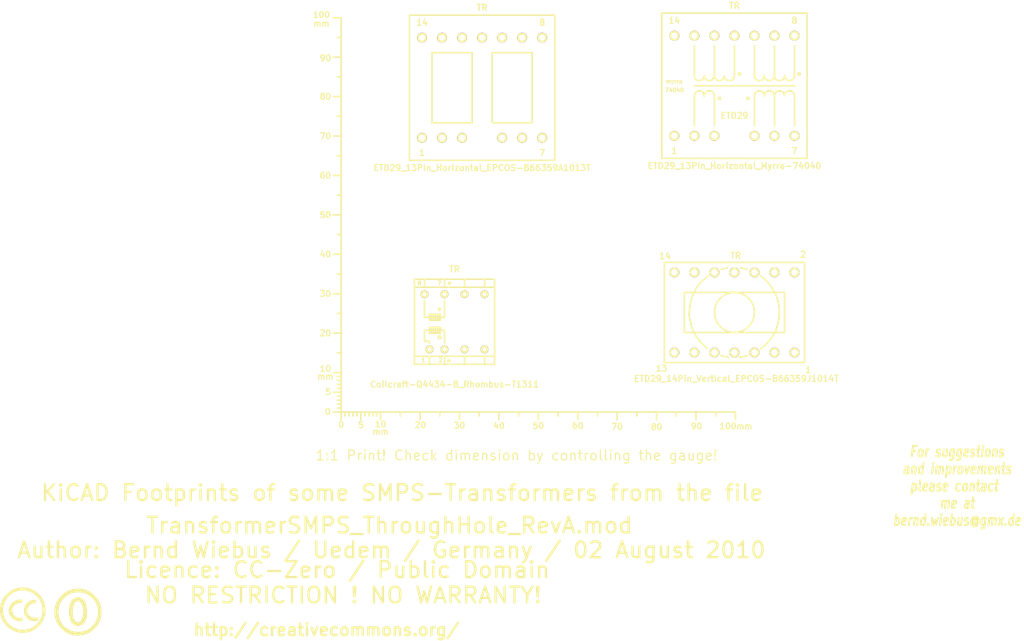
<source format=kicad_pcb>
(kicad_pcb (version 3) (host pcbnew "(2013-03-30 BZR 4007)-stable")

  (general
    (links 0)
    (no_connects 0)
    (area -16.90696 40.805099 274.02378 197.1694)
    (thickness 1.6002)
    (drawings 7)
    (tracks 0)
    (zones 0)
    (modules 7)
    (nets 1)
  )

  (page A4)
  (layers
    (15 Vorderseite signal)
    (0 Rückseite signal)
    (16 B.Adhes user)
    (17 F.Adhes user)
    (18 B.Paste user)
    (19 F.Paste user)
    (20 B.SilkS user)
    (21 F.SilkS user)
    (22 B.Mask user)
    (23 F.Mask user)
    (24 Dwgs.User user)
    (25 Cmts.User user)
    (26 Eco1.User user)
    (27 Eco2.User user)
    (28 Edge.Cuts user)
  )

  (setup
    (last_trace_width 0.2032)
    (trace_clearance 0.254)
    (zone_clearance 0.508)
    (zone_45_only no)
    (trace_min 0.2032)
    (segment_width 0.381)
    (edge_width 0.381)
    (via_size 0.889)
    (via_drill 0.635)
    (via_min_size 0.889)
    (via_min_drill 0.508)
    (uvia_size 0.508)
    (uvia_drill 0.127)
    (uvias_allowed no)
    (uvia_min_size 0.508)
    (uvia_min_drill 0.127)
    (pcb_text_width 0.3048)
    (pcb_text_size 1.524 2.032)
    (mod_edge_width 0.381)
    (mod_text_size 1.524 1.524)
    (mod_text_width 0.3048)
    (pad_size 1.524 1.524)
    (pad_drill 0.8128)
    (pad_to_mask_clearance 0.254)
    (aux_axis_origin 0 0)
    (visible_elements 7FFFFFFF)
    (pcbplotparams
      (layerselection 3178497)
      (usegerberextensions true)
      (excludeedgelayer true)
      (linewidth 60)
      (plotframeref false)
      (viasonmask false)
      (mode 1)
      (useauxorigin false)
      (hpglpennumber 1)
      (hpglpenspeed 20)
      (hpglpendiameter 15)
      (hpglpenoverlay 0)
      (psnegative false)
      (psa4output false)
      (plotreference true)
      (plotvalue true)
      (plotothertext true)
      (plotinvisibletext false)
      (padsonsilk false)
      (subtractmaskfromsilk false)
      (outputformat 1)
      (mirror false)
      (drillshape 1)
      (scaleselection 1)
      (outputdirectory ""))
  )

  (net 0 "")

  (net_class Default "Dies ist die voreingestellte Netzklasse."
    (clearance 0.254)
    (trace_width 0.2032)
    (via_dia 0.889)
    (via_drill 0.635)
    (uvia_dia 0.508)
    (uvia_drill 0.127)
    (add_net "")
  )

  (module Gauge_100mm_Type2_SilkScreenTop_RevA_Date22Jun2010 (layer Vorderseite) (tedit 4D963937) (tstamp 4D88F07A)
    (at 101.75056 137.2494)
    (descr "Gauge, Massstab, 100mm, SilkScreenTop, Type 2,")
    (tags "Gauge, Massstab, 100mm, SilkScreenTop, Type 2,")
    (path Gauge_100mm_Type2_SilkScreenTop_RevA_Date22Jun2010)
    (fp_text reference MSC (at 4.0005 8.99922) (layer F.SilkS) hide
      (effects (font (size 1.524 1.524) (thickness 0.3048)))
    )
    (fp_text value Gauge_100mm_Type2_SilkScreenTop_RevA_Date22Jun2010 (at 45.9994 8.99922) (layer F.SilkS) hide
      (effects (font (size 1.524 1.524) (thickness 0.3048)))
    )
    (fp_text user mm (at 9.99998 5.00126) (layer F.SilkS)
      (effects (font (size 1.524 1.524) (thickness 0.3048)))
    )
    (fp_text user mm (at -4.0005 -8.99922) (layer F.SilkS)
      (effects (font (size 1.524 1.524) (thickness 0.3048)))
    )
    (fp_text user mm (at -5.00126 -98.5012) (layer F.SilkS)
      (effects (font (size 1.524 1.524) (thickness 0.3048)))
    )
    (fp_text user 10 (at 10.00506 3.0988) (layer F.SilkS)
      (effects (font (size 1.50114 1.50114) (thickness 0.29972)))
    )
    (fp_text user 0 (at 0.00508 3.19786) (layer F.SilkS)
      (effects (font (size 1.39954 1.50114) (thickness 0.29972)))
    )
    (fp_text user 5 (at 5.0038 3.29946) (layer F.SilkS)
      (effects (font (size 1.50114 1.50114) (thickness 0.29972)))
    )
    (fp_text user 20 (at 20.1041 3.29946) (layer F.SilkS)
      (effects (font (size 1.50114 1.50114) (thickness 0.29972)))
    )
    (fp_text user 30 (at 30.00502 3.39852) (layer F.SilkS)
      (effects (font (size 1.50114 1.50114) (thickness 0.29972)))
    )
    (fp_text user 40 (at 40.005 3.50012) (layer F.SilkS)
      (effects (font (size 1.50114 1.50114) (thickness 0.29972)))
    )
    (fp_text user 50 (at 50.00498 3.50012) (layer F.SilkS)
      (effects (font (size 1.50114 1.50114) (thickness 0.29972)))
    )
    (fp_text user 60 (at 60.00496 3.50012) (layer F.SilkS)
      (effects (font (size 1.50114 1.50114) (thickness 0.29972)))
    )
    (fp_text user 70 (at 70.00494 3.70078) (layer F.SilkS)
      (effects (font (size 1.50114 1.50114) (thickness 0.29972)))
    )
    (fp_text user 80 (at 80.00492 3.79984) (layer F.SilkS)
      (effects (font (size 1.50114 1.50114) (thickness 0.29972)))
    )
    (fp_text user 90 (at 90.1065 3.60172) (layer F.SilkS)
      (effects (font (size 1.50114 1.50114) (thickness 0.29972)))
    )
    (fp_text user 100mm (at 100.10648 3.60172) (layer F.SilkS)
      (effects (font (size 1.50114 1.50114) (thickness 0.29972)))
    )
    (fp_line (start 0 -8.99922) (end -1.00076 -8.99922) (layer F.SilkS) (width 0.381))
    (fp_line (start 0 -8.001) (end -1.00076 -8.001) (layer F.SilkS) (width 0.381))
    (fp_line (start 0 -7.00024) (end -1.00076 -7.00024) (layer F.SilkS) (width 0.381))
    (fp_line (start 0 -5.99948) (end -1.00076 -5.99948) (layer F.SilkS) (width 0.381))
    (fp_line (start 0 -4.0005) (end -1.00076 -4.0005) (layer F.SilkS) (width 0.381))
    (fp_line (start 0 -2.99974) (end -1.00076 -2.99974) (layer F.SilkS) (width 0.381))
    (fp_line (start 0 -1.99898) (end -1.00076 -1.99898) (layer F.SilkS) (width 0.381))
    (fp_line (start 0 -1.00076) (end -1.00076 -1.00076) (layer F.SilkS) (width 0.381))
    (fp_line (start 0 0) (end -1.99898 0) (layer F.SilkS) (width 0.381))
    (fp_line (start 0 -5.00126) (end -1.99898 -5.00126) (layer F.SilkS) (width 0.381))
    (fp_line (start 0 -9.99998) (end -1.99898 -9.99998) (layer F.SilkS) (width 0.381))
    (fp_line (start 0 -15.00124) (end -1.00076 -15.00124) (layer F.SilkS) (width 0.381))
    (fp_line (start 0 -19.99996) (end -1.99898 -19.99996) (layer F.SilkS) (width 0.381))
    (fp_line (start 0 -25.00122) (end -1.00076 -25.00122) (layer F.SilkS) (width 0.381))
    (fp_line (start 0 -29.99994) (end -1.99898 -29.99994) (layer F.SilkS) (width 0.381))
    (fp_line (start 0 -35.0012) (end -1.00076 -35.0012) (layer F.SilkS) (width 0.381))
    (fp_line (start 0 -39.99992) (end -1.99898 -39.99992) (layer F.SilkS) (width 0.381))
    (fp_line (start 0 -45.00118) (end -1.00076 -45.00118) (layer F.SilkS) (width 0.381))
    (fp_line (start 0 -49.9999) (end -1.99898 -49.9999) (layer F.SilkS) (width 0.381))
    (fp_line (start 0 -55.00116) (end -1.00076 -55.00116) (layer F.SilkS) (width 0.381))
    (fp_line (start 0 -59.99988) (end -1.99898 -59.99988) (layer F.SilkS) (width 0.381))
    (fp_line (start 0 -65.00114) (end -1.00076 -65.00114) (layer F.SilkS) (width 0.381))
    (fp_line (start 0 -69.99986) (end -1.99898 -69.99986) (layer F.SilkS) (width 0.381))
    (fp_line (start 0 -75.00112) (end -1.00076 -75.00112) (layer F.SilkS) (width 0.381))
    (fp_line (start 0 -79.99984) (end -1.99898 -79.99984) (layer F.SilkS) (width 0.381))
    (fp_line (start 0 -85.0011) (end -1.00076 -85.0011) (layer F.SilkS) (width 0.381))
    (fp_line (start 0 -89.99982) (end -1.99898 -89.99982) (layer F.SilkS) (width 0.381))
    (fp_line (start 0 -95.00108) (end -1.00076 -95.00108) (layer F.SilkS) (width 0.381))
    (fp_line (start 0 0) (end 0 -99.9998) (layer F.SilkS) (width 0.381))
    (fp_line (start 0 -99.9998) (end -1.99898 -99.9998) (layer F.SilkS) (width 0.381))
    (fp_text user 100 (at -4.99872 -100.7491) (layer F.SilkS)
      (effects (font (size 1.50114 1.50114) (thickness 0.29972)))
    )
    (fp_text user 90 (at -4.0005 -89.7509) (layer F.SilkS)
      (effects (font (size 1.50114 1.50114) (thickness 0.29972)))
    )
    (fp_text user 80 (at -4.0005 -79.99984) (layer F.SilkS)
      (effects (font (size 1.50114 1.50114) (thickness 0.29972)))
    )
    (fp_text user 70 (at -4.0005 -69.99986) (layer F.SilkS)
      (effects (font (size 1.50114 1.50114) (thickness 0.29972)))
    )
    (fp_text user 60 (at -4.0005 -59.99988) (layer F.SilkS)
      (effects (font (size 1.50114 1.50114) (thickness 0.29972)))
    )
    (fp_text user 50 (at -4.0005 -49.9999) (layer F.SilkS)
      (effects (font (size 1.50114 1.50114) (thickness 0.34036)))
    )
    (fp_text user 40 (at -4.0005 -39.99992) (layer F.SilkS)
      (effects (font (size 1.50114 1.50114) (thickness 0.29972)))
    )
    (fp_text user 30 (at -4.0005 -29.99994) (layer F.SilkS)
      (effects (font (size 1.50114 1.50114) (thickness 0.29972)))
    )
    (fp_text user 20 (at -4.0005 -19.99996) (layer F.SilkS)
      (effects (font (size 1.50114 1.50114) (thickness 0.29972)))
    )
    (fp_line (start 95.00108 0) (end 95.00108 1.00076) (layer F.SilkS) (width 0.381))
    (fp_line (start 89.99982 0) (end 89.99982 1.99898) (layer F.SilkS) (width 0.381))
    (fp_line (start 85.0011 0) (end 85.0011 1.00076) (layer F.SilkS) (width 0.381))
    (fp_line (start 79.99984 0) (end 79.99984 1.99898) (layer F.SilkS) (width 0.381))
    (fp_line (start 75.00112 0) (end 75.00112 1.00076) (layer F.SilkS) (width 0.381))
    (fp_line (start 69.99986 0) (end 69.99986 1.99898) (layer F.SilkS) (width 0.381))
    (fp_line (start 65.00114 0) (end 65.00114 1.00076) (layer F.SilkS) (width 0.381))
    (fp_line (start 59.99988 0) (end 59.99988 1.99898) (layer F.SilkS) (width 0.381))
    (fp_line (start 55.00116 0) (end 55.00116 1.00076) (layer F.SilkS) (width 0.381))
    (fp_line (start 49.9999 0) (end 49.9999 1.99898) (layer F.SilkS) (width 0.381))
    (fp_line (start 45.00118 0) (end 45.00118 1.00076) (layer F.SilkS) (width 0.381))
    (fp_line (start 39.99992 0) (end 39.99992 1.99898) (layer F.SilkS) (width 0.381))
    (fp_line (start 35.0012 0) (end 35.0012 1.00076) (layer F.SilkS) (width 0.381))
    (fp_line (start 29.99994 0) (end 29.99994 1.99898) (layer F.SilkS) (width 0.381))
    (fp_line (start 25.00122 0) (end 25.00122 1.00076) (layer F.SilkS) (width 0.381))
    (fp_line (start 19.99996 0) (end 19.99996 1.99898) (layer F.SilkS) (width 0.381))
    (fp_line (start 15.00124 0) (end 15.00124 1.00076) (layer F.SilkS) (width 0.381))
    (fp_line (start 9.99998 0) (end 99.9998 0) (layer F.SilkS) (width 0.381))
    (fp_line (start 99.9998 0) (end 99.9998 1.99898) (layer F.SilkS) (width 0.381))
    (fp_text user 5 (at -3.302 -5.10286) (layer F.SilkS)
      (effects (font (size 1.50114 1.50114) (thickness 0.29972)))
    )
    (fp_text user 0 (at -3.4036 -0.10414) (layer F.SilkS)
      (effects (font (size 1.50114 1.50114) (thickness 0.29972)))
    )
    (fp_text user 10 (at -4.0005 -11.00074) (layer F.SilkS)
      (effects (font (size 1.50114 1.50114) (thickness 0.29972)))
    )
    (fp_line (start 8.99922 0) (end 8.99922 1.00076) (layer F.SilkS) (width 0.381))
    (fp_line (start 8.001 0) (end 8.001 1.00076) (layer F.SilkS) (width 0.381))
    (fp_line (start 7.00024 0) (end 7.00024 1.00076) (layer F.SilkS) (width 0.381))
    (fp_line (start 5.99948 0) (end 5.99948 1.00076) (layer F.SilkS) (width 0.381))
    (fp_line (start 4.0005 0) (end 4.0005 1.00076) (layer F.SilkS) (width 0.381))
    (fp_line (start 2.99974 0) (end 2.99974 1.00076) (layer F.SilkS) (width 0.381))
    (fp_line (start 1.99898 0) (end 1.99898 1.00076) (layer F.SilkS) (width 0.381))
    (fp_line (start 1.00076 0) (end 1.00076 1.00076) (layer F.SilkS) (width 0.381))
    (fp_line (start 5.00126 0) (end 5.00126 1.99898) (layer F.SilkS) (width 0.381))
    (fp_line (start 0 0) (end 0 1.99898) (layer F.SilkS) (width 0.381))
    (fp_line (start 0 0) (end 9.99998 0) (layer F.SilkS) (width 0.381))
    (fp_line (start 9.99998 0) (end 9.99998 1.99898) (layer F.SilkS) (width 0.381))
  )

  (module Symbol_CC-PublicDomain_SilkScreenTop_Big (layer Vorderseite) (tedit 515D641F) (tstamp 515F0B64)
    (at 35 188)
    (descr "Symbol, CC-PublicDomain, SilkScreen Top, Big,")
    (tags "Symbol, CC-PublicDomain, SilkScreen Top, Big,")
    (path Symbol_CC-Noncommercial_CopperTop_Big)
    (fp_text reference Sym (at 0.59944 -7.29996) (layer F.SilkS) hide
      (effects (font (size 1.524 1.524) (thickness 0.3048)))
    )
    (fp_text value Symbol_CC-PublicDomain_SilkScreenTop_Big (at 0.59944 8.001) (layer F.SilkS) hide
      (effects (font (size 1.524 1.524) (thickness 0.3048)))
    )
    (fp_circle (center 0 0) (end 5.8 -0.05) (layer F.SilkS) (width 0.381))
    (fp_circle (center 0 0) (end 5.5 0) (layer F.SilkS) (width 0.381))
    (fp_circle (center 0.05 0) (end 5.25 0) (layer F.SilkS) (width 0.381))
    (fp_line (start 1.1 -2.5) (end 1.4 -1.9) (layer F.SilkS) (width 0.381))
    (fp_line (start -1.8 1.2) (end -1.6 1.9) (layer F.SilkS) (width 0.381))
    (fp_line (start -1.6 1.9) (end -1.2 2.5) (layer F.SilkS) (width 0.381))
    (fp_line (start 0 -3) (end 0.75 -2.75) (layer F.SilkS) (width 0.381))
    (fp_line (start 0.75 -2.75) (end 1 -2.25) (layer F.SilkS) (width 0.381))
    (fp_line (start 1 -2.25) (end 1.5 -1) (layer F.SilkS) (width 0.381))
    (fp_line (start 1.5 -1) (end 1.5 -0.5) (layer F.SilkS) (width 0.381))
    (fp_line (start 1.5 -0.5) (end 1.5 0.5) (layer F.SilkS) (width 0.381))
    (fp_line (start 1.5 0.5) (end 1.25 1.5) (layer F.SilkS) (width 0.381))
    (fp_line (start 1.25 1.5) (end 0.75 2.5) (layer F.SilkS) (width 0.381))
    (fp_line (start 0.75 2.5) (end 0.25 2.75) (layer F.SilkS) (width 0.381))
    (fp_line (start 0.25 2.75) (end -0.25 2.75) (layer F.SilkS) (width 0.381))
    (fp_line (start -0.25 2.75) (end -0.75 2.5) (layer F.SilkS) (width 0.381))
    (fp_line (start -0.75 2.5) (end -1.25 1.75) (layer F.SilkS) (width 0.381))
    (fp_line (start -1.25 1.75) (end -1.5 0.75) (layer F.SilkS) (width 0.381))
    (fp_line (start -1.5 0.75) (end -1.5 -0.75) (layer F.SilkS) (width 0.381))
    (fp_line (start -1.5 -0.75) (end -1.25 -1.75) (layer F.SilkS) (width 0.381))
    (fp_line (start -1.25 -1.75) (end -1 -2.5) (layer F.SilkS) (width 0.381))
    (fp_line (start -1 -2.5) (end -0.3 -2.9) (layer F.SilkS) (width 0.381))
    (fp_line (start -0.3 -2.9) (end 0.2 -3) (layer F.SilkS) (width 0.381))
    (fp_line (start 0.2 -3) (end 0.8 -3) (layer F.SilkS) (width 0.381))
    (fp_line (start 0.8 -3) (end 1.4 -2.3) (layer F.SilkS) (width 0.381))
    (fp_line (start 1.4 -2.3) (end 1.6 -1.4) (layer F.SilkS) (width 0.381))
    (fp_line (start 1.6 -1.4) (end 1.7 -0.3) (layer F.SilkS) (width 0.381))
    (fp_line (start 1.7 -0.3) (end 1.7 0.9) (layer F.SilkS) (width 0.381))
    (fp_line (start 1.7 0.9) (end 1.4 1.8) (layer F.SilkS) (width 0.381))
    (fp_line (start 1.4 1.8) (end 1 2.7) (layer F.SilkS) (width 0.381))
    (fp_line (start 1 2.7) (end 0.5 3) (layer F.SilkS) (width 0.381))
    (fp_line (start 0.5 3) (end -0.4 3) (layer F.SilkS) (width 0.381))
    (fp_line (start -0.4 3) (end -1.3 2.3) (layer F.SilkS) (width 0.381))
    (fp_line (start -1.3 2.3) (end -1.7 1) (layer F.SilkS) (width 0.381))
    (fp_line (start -1.7 1) (end -1.8 -0.7) (layer F.SilkS) (width 0.381))
    (fp_line (start -1.8 -0.7) (end -1.4 -2.2) (layer F.SilkS) (width 0.381))
    (fp_line (start -1.4 -2.2) (end -1 -2.9) (layer F.SilkS) (width 0.381))
    (fp_line (start -1 -2.9) (end -0.2 -3.3) (layer F.SilkS) (width 0.381))
    (fp_line (start -0.2 -3.3) (end 0.7 -3.2) (layer F.SilkS) (width 0.381))
    (fp_line (start 0.7 -3.2) (end 1.3 -3.1) (layer F.SilkS) (width 0.381))
    (fp_line (start 1.3 -3.1) (end 1.7 -2.4) (layer F.SilkS) (width 0.381))
    (fp_line (start 1.7 -2.4) (end 2 -1.6) (layer F.SilkS) (width 0.381))
    (fp_line (start 2 -1.6) (end 2.1 -0.6) (layer F.SilkS) (width 0.381))
    (fp_line (start 2.1 -0.6) (end 2.1 0.3) (layer F.SilkS) (width 0.381))
    (fp_line (start 2.1 0.3) (end 2.1 1.3) (layer F.SilkS) (width 0.381))
    (fp_line (start 2.1 1.3) (end 1.9 1.8) (layer F.SilkS) (width 0.381))
    (fp_line (start 1.9 1.8) (end 1.5 2.6) (layer F.SilkS) (width 0.381))
    (fp_line (start 1.5 2.6) (end 1.1 3) (layer F.SilkS) (width 0.381))
    (fp_line (start 1.1 3) (end 0.4 3.3) (layer F.SilkS) (width 0.381))
    (fp_line (start 0.4 3.3) (end -0.1 3.4) (layer F.SilkS) (width 0.381))
    (fp_line (start -0.1 3.4) (end -0.8 3.2) (layer F.SilkS) (width 0.381))
    (fp_line (start -0.8 3.2) (end -1.5 2.6) (layer F.SilkS) (width 0.381))
    (fp_line (start -1.5 2.6) (end -1.9 1.7) (layer F.SilkS) (width 0.381))
    (fp_line (start -1.9 1.7) (end -2.1 0.4) (layer F.SilkS) (width 0.381))
    (fp_line (start -2.1 0.4) (end -2.1 -0.6) (layer F.SilkS) (width 0.381))
    (fp_line (start -2.1 -0.6) (end -2 -1.6) (layer F.SilkS) (width 0.381))
    (fp_line (start -2 -1.6) (end -1.7 -2.4) (layer F.SilkS) (width 0.381))
    (fp_line (start -1.7 -2.4) (end -1.2 -3.1) (layer F.SilkS) (width 0.381))
    (fp_line (start -1.2 -3.1) (end -0.4 -3.6) (layer F.SilkS) (width 0.381))
    (fp_line (start -0.4 -3.6) (end 0.4 -3.6) (layer F.SilkS) (width 0.381))
    (fp_line (start 0.4 -3.6) (end 1.1 -3.2) (layer F.SilkS) (width 0.381))
    (fp_line (start 1.1 -3.2) (end 1.1 -2.9) (layer F.SilkS) (width 0.381))
    (fp_line (start 1.1 -2.9) (end 1.8 -1.5) (layer F.SilkS) (width 0.381))
    (fp_line (start 1.8 -1.5) (end 1.8 -0.4) (layer F.SilkS) (width 0.381))
    (fp_line (start 1.8 -0.4) (end 1.8 1.1) (layer F.SilkS) (width 0.381))
    (fp_line (start 1.8 1.1) (end 1.2 2.6) (layer F.SilkS) (width 0.381))
    (fp_line (start 1.2 2.6) (end 0.2 3.2) (layer F.SilkS) (width 0.381))
    (fp_line (start 0.2 3.2) (end -0.5 3.2) (layer F.SilkS) (width 0.381))
    (fp_line (start -0.5 3.2) (end -1.1 2.7) (layer F.SilkS) (width 0.381))
    (fp_line (start -1.1 2.7) (end -1.9 0.6) (layer F.SilkS) (width 0.381))
    (fp_line (start -1.9 0.6) (end -1.7 -1.9) (layer F.SilkS) (width 0.381))
  )

  (module Symbol_CreativeCommons_SilkScreenTop_Type2_Big (layer Vorderseite) (tedit 515D640C) (tstamp 515F46B2)
    (at 21 187.5)
    (descr "Symbol, Creative Commons, SilkScreen Top, Type 2, Big,")
    (tags "Symbol, Creative Commons, SilkScreen Top, Type 2, Big,")
    (path Symbol_CreativeCommons_CopperTop_Type2_Big)
    (fp_text reference Sym (at 0.59944 -7.29996) (layer F.SilkS) hide
      (effects (font (size 1.524 1.524) (thickness 0.3048)))
    )
    (fp_text value Symbol_CreativeCommons_Typ2_SilkScreenTop_Big (at 0.59944 8.001) (layer F.SilkS) hide
      (effects (font (size 1.524 1.524) (thickness 0.3048)))
    )
    (fp_line (start -0.70104 2.70002) (end -0.29972 2.60096) (layer F.SilkS) (width 0.381))
    (fp_line (start -0.29972 2.60096) (end -0.20066 2.10058) (layer F.SilkS) (width 0.381))
    (fp_line (start -2.49936 -1.69926) (end -2.70002 -1.6002) (layer F.SilkS) (width 0.381))
    (fp_line (start -2.70002 -1.6002) (end -3.0988 -1.00076) (layer F.SilkS) (width 0.381))
    (fp_line (start -3.0988 -1.00076) (end -3.29946 -0.50038) (layer F.SilkS) (width 0.381))
    (fp_line (start -3.29946 -0.50038) (end -3.40106 0.39878) (layer F.SilkS) (width 0.381))
    (fp_line (start -3.40106 0.39878) (end -3.29946 0.89916) (layer F.SilkS) (width 0.381))
    (fp_line (start -0.19812 2.4003) (end -0.29718 2.59842) (layer F.SilkS) (width 0.381))
    (fp_line (start 3.70078 2.10058) (end 3.79984 2.4003) (layer F.SilkS) (width 0.381))
    (fp_line (start 2.99974 -2.4003) (end 3.29946 -2.30124) (layer F.SilkS) (width 0.381))
    (fp_line (start 3.29946 -2.30124) (end 3.0988 -1.99898) (layer F.SilkS) (width 0.381))
    (fp_line (start 0 -5.40004) (end -0.50038 -5.40004) (layer F.SilkS) (width 0.381))
    (fp_line (start -0.50038 -5.40004) (end -1.30048 -5.10032) (layer F.SilkS) (width 0.381))
    (fp_line (start -1.30048 -5.10032) (end -1.99898 -4.89966) (layer F.SilkS) (width 0.381))
    (fp_line (start -1.99898 -4.89966) (end -2.70002 -4.699) (layer F.SilkS) (width 0.381))
    (fp_line (start -2.70002 -4.699) (end -3.29946 -4.20116) (layer F.SilkS) (width 0.381))
    (fp_line (start -3.29946 -4.20116) (end -4.0005 -3.59918) (layer F.SilkS) (width 0.381))
    (fp_line (start -4.0005 -3.59918) (end -4.50088 -2.99974) (layer F.SilkS) (width 0.381))
    (fp_line (start -4.50088 -2.99974) (end -5.00126 -2.10058) (layer F.SilkS) (width 0.381))
    (fp_line (start -5.00126 -2.10058) (end -5.30098 -1.09982) (layer F.SilkS) (width 0.381))
    (fp_line (start -5.30098 -1.09982) (end -5.40004 0.09906) (layer F.SilkS) (width 0.381))
    (fp_line (start -5.40004 0.09906) (end -5.19938 1.30048) (layer F.SilkS) (width 0.381))
    (fp_line (start -5.19938 1.30048) (end -4.8006 2.4003) (layer F.SilkS) (width 0.381))
    (fp_line (start -4.8006 2.4003) (end -3.79984 3.8989) (layer F.SilkS) (width 0.381))
    (fp_line (start -3.79984 3.8989) (end -2.60096 4.8006) (layer F.SilkS) (width 0.381))
    (fp_line (start -2.60096 4.8006) (end -1.30048 5.30098) (layer F.SilkS) (width 0.381))
    (fp_line (start -1.30048 5.30098) (end 0.09906 5.30098) (layer F.SilkS) (width 0.381))
    (fp_line (start 0.09906 5.30098) (end 1.6002 5.19938) (layer F.SilkS) (width 0.381))
    (fp_line (start 1.6002 5.19938) (end 2.60096 4.699) (layer F.SilkS) (width 0.381))
    (fp_line (start 2.60096 4.699) (end 4.20116 3.40106) (layer F.SilkS) (width 0.381))
    (fp_line (start 4.20116 3.40106) (end 5.00126 1.80086) (layer F.SilkS) (width 0.381))
    (fp_line (start 5.00126 1.80086) (end 5.40004 0.29972) (layer F.SilkS) (width 0.381))
    (fp_line (start 5.40004 0.29972) (end 5.19938 -1.39954) (layer F.SilkS) (width 0.381))
    (fp_line (start 5.19938 -1.39954) (end 4.699 -2.49936) (layer F.SilkS) (width 0.381))
    (fp_line (start 4.699 -2.49936) (end 3.40106 -4.09956) (layer F.SilkS) (width 0.381))
    (fp_line (start 3.40106 -4.09956) (end 2.4003 -4.8006) (layer F.SilkS) (width 0.381))
    (fp_line (start 2.4003 -4.8006) (end 1.39954 -5.19938) (layer F.SilkS) (width 0.381))
    (fp_line (start 1.39954 -5.19938) (end 0 -5.30098) (layer F.SilkS) (width 0.381))
    (fp_line (start 0.60198 -0.70104) (end 0.50292 -0.20066) (layer F.SilkS) (width 0.381))
    (fp_line (start 0.50292 -0.20066) (end 0.50292 0.49784) (layer F.SilkS) (width 0.381))
    (fp_line (start 0.50292 0.49784) (end 0.60198 1.09982) (layer F.SilkS) (width 0.381))
    (fp_line (start 0.60198 1.09982) (end 1.00076 1.69926) (layer F.SilkS) (width 0.381))
    (fp_line (start 1.00076 1.69926) (end 1.50114 2.19964) (layer F.SilkS) (width 0.381))
    (fp_line (start 1.50114 2.19964) (end 2.10058 2.49936) (layer F.SilkS) (width 0.381))
    (fp_line (start 2.10058 2.49936) (end 2.60096 2.59842) (layer F.SilkS) (width 0.381))
    (fp_line (start 2.60096 2.59842) (end 3.00228 2.59842) (layer F.SilkS) (width 0.381))
    (fp_line (start 3.00228 2.59842) (end 3.40106 2.59842) (layer F.SilkS) (width 0.381))
    (fp_line (start 3.40106 2.59842) (end 3.80238 2.49936) (layer F.SilkS) (width 0.381))
    (fp_line (start 3.80238 2.49936) (end 3.70078 2.2987) (layer F.SilkS) (width 0.381))
    (fp_line (start 3.70078 2.2987) (end 2.80162 2.4003) (layer F.SilkS) (width 0.381))
    (fp_line (start 2.80162 2.4003) (end 1.80086 2.09804) (layer F.SilkS) (width 0.381))
    (fp_line (start 1.80086 2.09804) (end 1.20142 1.6002) (layer F.SilkS) (width 0.381))
    (fp_line (start 1.20142 1.6002) (end 0.80264 0.6985) (layer F.SilkS) (width 0.381))
    (fp_line (start 0.80264 0.6985) (end 0.70104 -0.29972) (layer F.SilkS) (width 0.381))
    (fp_line (start 0.70104 -0.29972) (end 1.00076 -1.00076) (layer F.SilkS) (width 0.381))
    (fp_line (start 1.00076 -1.00076) (end 1.60274 -1.7018) (layer F.SilkS) (width 0.381))
    (fp_line (start 1.60274 -1.7018) (end 2.30124 -2.10058) (layer F.SilkS) (width 0.381))
    (fp_line (start 2.30124 -2.10058) (end 3.00228 -2.10058) (layer F.SilkS) (width 0.381))
    (fp_line (start 3.00228 -2.10058) (end 3.10134 -1.89992) (layer F.SilkS) (width 0.381))
    (fp_line (start 3.10134 -1.89992) (end 2.5019 -1.89992) (layer F.SilkS) (width 0.381))
    (fp_line (start 2.5019 -1.89992) (end 1.80086 -1.6002) (layer F.SilkS) (width 0.381))
    (fp_line (start 1.80086 -1.6002) (end 1.30048 -1.00076) (layer F.SilkS) (width 0.381))
    (fp_line (start 1.30048 -1.00076) (end 1.00076 -0.40132) (layer F.SilkS) (width 0.381))
    (fp_line (start 1.00076 -0.40132) (end 1.00076 0.09906) (layer F.SilkS) (width 0.381))
    (fp_line (start 1.00076 0.09906) (end 1.00076 0.6985) (layer F.SilkS) (width 0.381))
    (fp_line (start 1.00076 0.6985) (end 1.30048 1.19888) (layer F.SilkS) (width 0.381))
    (fp_line (start 1.30048 1.19888) (end 1.7018 1.69926) (layer F.SilkS) (width 0.381))
    (fp_line (start 1.7018 1.69926) (end 2.30124 1.99898) (layer F.SilkS) (width 0.381))
    (fp_line (start 2.30124 1.99898) (end 2.90068 2.09804) (layer F.SilkS) (width 0.381))
    (fp_line (start 2.90068 2.09804) (end 3.40106 2.09804) (layer F.SilkS) (width 0.381))
    (fp_line (start 3.40106 2.09804) (end 3.70078 1.99898) (layer F.SilkS) (width 0.381))
    (fp_line (start 3.00228 -2.4003) (end 2.40284 -2.4003) (layer F.SilkS) (width 0.381))
    (fp_line (start 2.40284 -2.4003) (end 2.00152 -2.20218) (layer F.SilkS) (width 0.381))
    (fp_line (start 2.00152 -2.20218) (end 1.50114 -2.00152) (layer F.SilkS) (width 0.381))
    (fp_line (start 1.50114 -2.00152) (end 1.10236 -1.6002) (layer F.SilkS) (width 0.381))
    (fp_line (start 1.10236 -1.6002) (end 0.80264 -1.09982) (layer F.SilkS) (width 0.381))
    (fp_line (start 0.80264 -1.09982) (end 0.60198 -0.70104) (layer F.SilkS) (width 0.381))
    (fp_line (start -0.39878 -1.99898) (end -0.89916 -1.99898) (layer F.SilkS) (width 0.381))
    (fp_line (start -0.89916 -1.99898) (end -1.39954 -1.89738) (layer F.SilkS) (width 0.381))
    (fp_line (start -1.39954 -1.89738) (end -1.89992 -1.59766) (layer F.SilkS) (width 0.381))
    (fp_line (start -1.89992 -1.59766) (end -2.4003 -1.19888) (layer F.SilkS) (width 0.381))
    (fp_line (start -2.4003 -1.30048) (end -2.70002 -0.8001) (layer F.SilkS) (width 0.381))
    (fp_line (start -2.70002 -0.8001) (end -2.79908 -0.29972) (layer F.SilkS) (width 0.381))
    (fp_line (start -2.79908 -0.29972) (end -2.79908 0.20066) (layer F.SilkS) (width 0.381))
    (fp_line (start -2.79908 0.20066) (end -2.59842 1.00076) (layer F.SilkS) (width 0.381))
    (fp_line (start -2.69748 1.00076) (end -2.39776 1.39954) (layer F.SilkS) (width 0.381))
    (fp_line (start -2.29616 1.4986) (end -1.79578 1.89992) (layer F.SilkS) (width 0.381))
    (fp_line (start -1.79578 1.89992) (end -1.29794 2.09804) (layer F.SilkS) (width 0.381))
    (fp_line (start -1.29794 2.09804) (end -0.89662 2.19964) (layer F.SilkS) (width 0.381))
    (fp_line (start -0.89662 2.19964) (end -0.49784 2.19964) (layer F.SilkS) (width 0.381))
    (fp_line (start -0.49784 2.19964) (end -0.19812 2.09804) (layer F.SilkS) (width 0.381))
    (fp_line (start -0.19812 2.09804) (end -0.29718 2.4003) (layer F.SilkS) (width 0.381))
    (fp_line (start -0.29718 2.4003) (end -0.89662 2.49936) (layer F.SilkS) (width 0.381))
    (fp_line (start -0.89662 2.49936) (end -1.59766 2.2987) (layer F.SilkS) (width 0.381))
    (fp_line (start -1.59766 2.2987) (end -2.29616 1.79832) (layer F.SilkS) (width 0.381))
    (fp_line (start -2.29616 1.79832) (end -2.79654 1.29794) (layer F.SilkS) (width 0.381))
    (fp_line (start -2.79908 1.39954) (end -2.99974 0.70104) (layer F.SilkS) (width 0.381))
    (fp_line (start -2.99974 0.70104) (end -3.0988 0) (layer F.SilkS) (width 0.381))
    (fp_line (start -3.0988 0) (end -2.99974 -0.59944) (layer F.SilkS) (width 0.381))
    (fp_line (start -2.99974 -0.8001) (end -2.70002 -1.30048) (layer F.SilkS) (width 0.381))
    (fp_line (start -2.70002 -1.09982) (end -2.19964 -1.6002) (layer F.SilkS) (width 0.381))
    (fp_line (start -2.19964 -1.69926) (end -1.69926 -1.99898) (layer F.SilkS) (width 0.381))
    (fp_line (start -1.69926 -1.99898) (end -1.19888 -2.19964) (layer F.SilkS) (width 0.381))
    (fp_line (start -1.19888 -2.19964) (end -0.6985 -2.19964) (layer F.SilkS) (width 0.381))
    (fp_line (start -0.6985 -2.19964) (end -0.29972 -2.19964) (layer F.SilkS) (width 0.381))
    (fp_line (start -0.29972 -2.19964) (end -0.20066 -2.39776) (layer F.SilkS) (width 0.381))
    (fp_line (start -0.20066 -2.39776) (end -0.59944 -2.49936) (layer F.SilkS) (width 0.381))
    (fp_line (start -0.59944 -2.49936) (end -1.00076 -2.49936) (layer F.SilkS) (width 0.381))
    (fp_line (start -1.00076 -2.49936) (end -1.4986 -2.39776) (layer F.SilkS) (width 0.381))
    (fp_line (start -1.4986 -2.39776) (end -2.10058 -2.09804) (layer F.SilkS) (width 0.381))
    (fp_line (start -2.10058 -2.09804) (end -2.59842 -1.69926) (layer F.SilkS) (width 0.381))
    (fp_line (start -2.59842 -1.6002) (end -3.0988 -0.89916) (layer F.SilkS) (width 0.381))
    (fp_line (start -3.0988 -0.89916) (end -3.29946 -0.29972) (layer F.SilkS) (width 0.381))
    (fp_line (start -3.29946 -0.29972) (end -3.29946 0.40132) (layer F.SilkS) (width 0.381))
    (fp_line (start -3.29946 0.40132) (end -3.2004 1.00076) (layer F.SilkS) (width 0.381))
    (fp_line (start -3.29946 0.8001) (end -2.99974 1.39954) (layer F.SilkS) (width 0.381))
    (fp_line (start -2.89814 1.4986) (end -2.49682 1.99898) (layer F.SilkS) (width 0.381))
    (fp_line (start -2.49682 1.99898) (end -1.89738 2.4003) (layer F.SilkS) (width 0.381))
    (fp_line (start -1.89738 2.4003) (end -1.19634 2.59842) (layer F.SilkS) (width 0.381))
    (fp_line (start -1.19634 2.59842) (end -0.69596 2.70002) (layer F.SilkS) (width 0.381))
    (fp_line (start -2.9972 1.19888) (end -2.59842 1.19888) (layer F.SilkS) (width 0.381))
    (fp_circle (center 0 0) (end 5.08 1.016) (layer F.SilkS) (width 0.381))
    (fp_circle (center 0 0) (end 5.588 0) (layer F.SilkS) (width 0.381))
  )

  (module Coilcraft-Q4434-B_Rhombus-T1311 (layer Vorderseite) (tedit 51B04101) (tstamp 51B04D78)
    (at 130.5 115)
    (descr "Transformator, Transformer, Flyback, Coilcraft Q4434-B, Rgombus T1311,")
    (tags "Transformator, Transformer, Flyback, Coilcraft Q4434-B, Rgombus T1311,")
    (solder_mask_margin 0.50038)
    (solder_paste_margin -0.50038)
    (fp_text reference TR (at 0 -13.97) (layer F.SilkS)
      (effects (font (size 1.524 1.524) (thickness 0.3048)))
    )
    (fp_text value Coilcraft-Q4434-B_Rhombus-T1311 (at 0 15.24) (layer F.SilkS)
      (effects (font (size 1.524 1.524) (thickness 0.3048)))
    )
    (fp_line (start -6.35 8.128) (end -6.35 10.16) (layer F.SilkS) (width 0.381))
    (fp_line (start -2.54 8.128) (end -2.54 10.16) (layer F.SilkS) (width 0.381))
    (fp_line (start 2.54 8.128) (end 2.54 10.033) (layer F.SilkS) (width 0.381))
    (fp_line (start 7.62 8.128) (end 7.62 10.033) (layer F.SilkS) (width 0.381))
    (fp_line (start 10.16 8.128) (end 10.16 10.033) (layer F.SilkS) (width 0.381))
    (fp_line (start -10.16 8.128) (end -10.16 10.16) (layer F.SilkS) (width 0.381))
    (fp_line (start -10.16 10.16) (end 10.16 10.16) (layer F.SilkS) (width 0.381))
    (fp_text user 8 (at -8.89 -10.414) (layer F.SilkS)
      (effects (font (size 1.00076 1.00076) (thickness 0.25146)))
    )
    (fp_text user 7 (at -3.81 -10.414) (layer F.SilkS)
      (effects (font (size 1.00076 1.00076) (thickness 0.25146)))
    )
    (fp_text user 2 (at -3.556 9.144) (layer F.SilkS)
      (effects (font (size 1.00076 1.00076) (thickness 0.25146)))
    )
    (fp_text user 1 (at -7.874 9.144) (layer F.SilkS)
      (effects (font (size 1.00076 1.00076) (thickness 0.25146)))
    )
    (fp_circle (center -1.397 9.271) (end -1.397 9.525) (layer F.SilkS) (width 0.381))
    (fp_circle (center -1.27 -10.414) (end -1.27 -10.16) (layer F.SilkS) (width 0.381))
    (fp_circle (center -3.81 -3.81) (end -3.81 -3.556) (layer F.SilkS) (width 0.381))
    (fp_circle (center -3.81 3.302) (end -3.556 3.556) (layer F.SilkS) (width 0.381))
    (fp_line (start -3.81 1.016) (end -3.81 2.286) (layer F.SilkS) (width 0.381))
    (fp_line (start -4.318 0.762) (end -4.318 2.286) (layer F.SilkS) (width 0.381))
    (fp_line (start -4.826 0.762) (end -4.826 2.286) (layer F.SilkS) (width 0.381))
    (fp_line (start -5.334 0.762) (end -5.334 2.286) (layer F.SilkS) (width 0.381))
    (fp_line (start -5.842 0.762) (end -5.842 2.286) (layer F.SilkS) (width 0.381))
    (fp_line (start -6.35 0.762) (end -6.35 2.286) (layer F.SilkS) (width 0.381))
    (fp_line (start -6.35 2.286) (end -3.556 2.286) (layer F.SilkS) (width 0.381))
    (fp_line (start -3.556 2.286) (end -3.556 0.762) (layer F.SilkS) (width 0.381))
    (fp_line (start -3.556 0.762) (end -6.35 0.762) (layer F.SilkS) (width 0.381))
    (fp_line (start -6.35 1.524) (end -7.62 1.524) (layer F.SilkS) (width 0.381))
    (fp_line (start -7.62 1.524) (end -7.62 4.318) (layer F.SilkS) (width 0.381))
    (fp_line (start -7.62 4.318) (end -6.35 4.318) (layer F.SilkS) (width 0.381))
    (fp_line (start -6.35 4.318) (end -6.35 4.826) (layer F.SilkS) (width 0.381))
    (fp_line (start -6.35 1.524) (end -2.54 1.524) (layer F.SilkS) (width 0.381))
    (fp_line (start -2.54 1.524) (end -2.54 4.826) (layer F.SilkS) (width 0.381))
    (fp_line (start -3.81 -2.54) (end -3.81 -1.016) (layer F.SilkS) (width 0.381))
    (fp_line (start -4.318 -2.54) (end -4.318 -1.016) (layer F.SilkS) (width 0.381))
    (fp_line (start -4.826 -2.54) (end -4.826 -1.016) (layer F.SilkS) (width 0.381))
    (fp_line (start -5.334 -2.286) (end -5.334 -1.016) (layer F.SilkS) (width 0.381))
    (fp_line (start -5.842 -2.286) (end -5.842 -1.016) (layer F.SilkS) (width 0.381))
    (fp_line (start -6.35 -2.54) (end -3.556 -2.54) (layer F.SilkS) (width 0.381))
    (fp_line (start -3.556 -2.54) (end -3.556 -1.016) (layer F.SilkS) (width 0.381))
    (fp_line (start -3.556 -1.016) (end -6.35 -1.016) (layer F.SilkS) (width 0.381))
    (fp_line (start -6.35 -1.016) (end -6.35 -2.54) (layer F.SilkS) (width 0.381))
    (fp_line (start -7.62 -6.096) (end -7.62 -4.572) (layer F.SilkS) (width 0.381))
    (fp_line (start -7.62 -4.572) (end -7.62 -1.778) (layer F.SilkS) (width 0.381))
    (fp_line (start -7.62 -1.778) (end -2.54 -1.778) (layer F.SilkS) (width 0.381))
    (fp_line (start -2.54 -1.778) (end -2.54 -6.096) (layer F.SilkS) (width 0.381))
    (fp_line (start -7.62 -9.398) (end -7.62 -11.43) (layer F.SilkS) (width 0.381))
    (fp_line (start -2.54 -9.398) (end -2.54 -11.43) (layer F.SilkS) (width 0.381))
    (fp_line (start 2.54 -9.398) (end 2.54 -11.43) (layer F.SilkS) (width 0.381))
    (fp_line (start 7.62 -9.398) (end 7.62 -11.43) (layer F.SilkS) (width 0.381))
    (fp_line (start 10.16 -11.43) (end 10.16 -9.398) (layer F.SilkS) (width 0.381))
    (fp_line (start -10.16 -11.43) (end -10.16 -9.398) (layer F.SilkS) (width 0.381))
    (fp_line (start 10.16 -11.43) (end -10.16 -11.43) (layer F.SilkS) (width 0.381))
    (fp_line (start 10.16 -9.398) (end -10.16 -9.398) (layer F.SilkS) (width 0.381))
    (fp_line (start -10.16 -9.398) (end -10.16 8.128) (layer F.SilkS) (width 0.381))
    (fp_line (start -10.16 8.128) (end 10.16 8.128) (layer F.SilkS) (width 0.381))
    (fp_line (start 10.16 8.128) (end 10.16 -9.398) (layer F.SilkS) (width 0.381))
    (pad 5 thru_hole circle (at 7.62 -7.62) (size 1.99898 1.99898) (drill 1.00076)
      (layers *.Cu *.Mask F.SilkS)
    )
    (pad 6 thru_hole circle (at 2.54 -7.62) (size 1.99898 1.99898) (drill 1.00076)
      (layers *.Cu *.Mask F.SilkS)
    )
    (pad 7 thru_hole circle (at -2.54 -7.62) (size 1.99898 1.99898) (drill 1.00076)
      (layers *.Cu *.Mask F.SilkS)
    )
    (pad 8 thru_hole circle (at -7.62 -7.62) (size 1.99898 1.99898) (drill 1.00076)
      (layers *.Cu *.Mask F.SilkS)
    )
    (pad 1 thru_hole circle (at -6.35 6.35) (size 1.99898 1.99898) (drill 1.00076)
      (layers *.Cu *.Mask F.SilkS)
    )
    (pad 2 thru_hole circle (at -2.54 6.35) (size 1.99898 1.99898) (drill 1.00076)
      (layers *.Cu *.Mask F.SilkS)
    )
    (pad 3 thru_hole circle (at 2.54 6.35) (size 1.99898 1.99898) (drill 1.00076)
      (layers *.Cu *.Mask F.SilkS)
    )
    (pad 4 thru_hole circle (at 7.62 6.35) (size 1.99898 1.99898) (drill 1.00076)
      (layers *.Cu *.Mask F.SilkS)
    )
  )

  (module ETD29_13Pin_Horizontal_EPCOS-B66359A1013T (layer Vorderseite) (tedit 51B040EF) (tstamp 51B04FAE)
    (at 137.5 55)
    (descr "Transformer, Transformator, ETD29, 13 Pin, Horizontal, EPCOS-B66359A1013T,")
    (tags "Transformer, Transformator, ETD29, 13 Pin, Horizontal, EPCOS-B66359A1013T,")
    (fp_text reference TR (at 0 -20.32) (layer F.SilkS)
      (effects (font (size 1.524 1.524) (thickness 0.3048)))
    )
    (fp_text value ETD29_13Pin_Horizontal_EPCOS-B66359A1013T (at 0 20.32) (layer F.SilkS)
      (effects (font (size 1.524 1.524) (thickness 0.3048)))
    )
    (fp_line (start 2.54 -8.89) (end 2.54 8.89) (layer F.SilkS) (width 0.381))
    (fp_line (start 2.54 8.89) (end 12.7 8.89) (layer F.SilkS) (width 0.381))
    (fp_line (start 12.7 8.89) (end 12.7 -8.89) (layer F.SilkS) (width 0.381))
    (fp_line (start 12.7 -8.89) (end 2.54 -8.89) (layer F.SilkS) (width 0.381))
    (fp_line (start -5.08 -8.89) (end -2.54 -8.89) (layer F.SilkS) (width 0.381))
    (fp_line (start -2.54 -8.89) (end -2.54 8.89) (layer F.SilkS) (width 0.381))
    (fp_line (start -2.54 8.89) (end -5.08 8.89) (layer F.SilkS) (width 0.381))
    (fp_line (start -5.08 -8.89) (end -12.7 -8.89) (layer F.SilkS) (width 0.381))
    (fp_line (start -12.7 -8.89) (end -12.7 8.89) (layer F.SilkS) (width 0.381))
    (fp_line (start -12.7 8.89) (end -5.08 8.89) (layer F.SilkS) (width 0.381))
    (fp_text user 14 (at -15.24 -16.51) (layer F.SilkS)
      (effects (font (size 1.524 1.524) (thickness 0.3048)))
    )
    (fp_text user 8 (at 15.24 -16.51) (layer F.SilkS)
      (effects (font (size 1.524 1.524) (thickness 0.3048)))
    )
    (fp_text user 7 (at 15.24 16.51) (layer F.SilkS)
      (effects (font (size 1.524 1.524) (thickness 0.3048)))
    )
    (fp_text user 1 (at -15.24 16.51) (layer F.SilkS)
      (effects (font (size 1.524 1.524) (thickness 0.3048)))
    )
    (fp_line (start -18.415 -18.415) (end 18.415 -18.415) (layer F.SilkS) (width 0.381))
    (fp_line (start 18.415 -18.415) (end 18.415 18.415) (layer F.SilkS) (width 0.381))
    (fp_line (start 18.415 18.415) (end -18.415 18.415) (layer F.SilkS) (width 0.381))
    (fp_line (start -18.415 18.415) (end -18.415 -18.415) (layer F.SilkS) (width 0.381))
    (pad 1 thru_hole circle (at -15.24 12.7) (size 2.49936 2.49936) (drill 1.6002)
      (layers *.Cu *.Mask F.SilkS)
    )
    (pad 2 thru_hole circle (at -10.16 12.7) (size 2.49936 2.49936) (drill 1.6002)
      (layers *.Cu *.Mask F.SilkS)
    )
    (pad 3 thru_hole circle (at -5.08 12.7) (size 2.49936 2.49936) (drill 1.6002)
      (layers *.Cu *.Mask F.SilkS)
    )
    (pad 5 thru_hole circle (at 5.08 12.7) (size 2.49936 2.49936) (drill 1.6002)
      (layers *.Cu *.Mask F.SilkS)
    )
    (pad 6 thru_hole circle (at 10.16 12.7) (size 2.49936 2.49936) (drill 1.6002)
      (layers *.Cu *.Mask F.SilkS)
    )
    (pad 7 thru_hole circle (at 15.24 12.7) (size 2.49936 2.49936) (drill 1.6002)
      (layers *.Cu *.Mask F.SilkS)
    )
    (pad 14 thru_hole circle (at -15.24 -12.7) (size 2.49936 2.49936) (drill 1.6002)
      (layers *.Cu *.Mask F.SilkS)
    )
    (pad 13 thru_hole circle (at -10.16 -12.7) (size 2.49936 2.49936) (drill 1.6002)
      (layers *.Cu *.Mask F.SilkS)
    )
    (pad 12 thru_hole circle (at -5.08 -12.7) (size 2.49936 2.49936) (drill 1.6002)
      (layers *.Cu *.Mask F.SilkS)
    )
    (pad 11 thru_hole circle (at 0 -12.7) (size 2.49936 2.49936) (drill 1.6002)
      (layers *.Cu *.Mask F.SilkS)
    )
    (pad 10 thru_hole circle (at 5.08 -12.7) (size 2.49936 2.49936) (drill 1.6002)
      (layers *.Cu *.Mask F.SilkS)
    )
    (pad 9 thru_hole circle (at 10.16 -12.7) (size 2.49936 2.49936) (drill 1.6002)
      (layers *.Cu *.Mask F.SilkS)
    )
    (pad 8 thru_hole circle (at 15.24 -12.7) (size 2.49936 2.49936) (drill 1.6002)
      (layers *.Cu *.Mask F.SilkS)
    )
  )

  (module ETD29_13Pin_Horizontal_Myrra-74040 (layer Vorderseite) (tedit 51B040F7) (tstamp 51B052C4)
    (at 201.5 54.5)
    (descr "Transformer, Transformator, ETD29, 13 Pin, Horizontal, Myrra-74040,")
    (tags "Transformer, Transformator, ETD29, 13 Pin, Horizontal, Myrra-74040,")
    (fp_text reference TR (at 0 -20.32) (layer F.SilkS)
      (effects (font (size 1.524 1.524) (thickness 0.3048)))
    )
    (fp_text value ETD29_13Pin_Horizontal_Myrra-74040 (at 0 20.32) (layer F.SilkS)
      (effects (font (size 1.524 1.524) (thickness 0.3048)))
    )
    (fp_line (start -10.16 0) (end 15.24 0) (layer F.SilkS) (width 0.381))
    (fp_text user ETD29 (at 0 7.59968) (layer F.SilkS)
      (effects (font (size 1.524 1.524) (thickness 0.3048)))
    )
    (fp_text user 74040 (at -15.19936 1.09982) (layer F.SilkS)
      (effects (font (size 1.00076 1.00076) (thickness 0.25146)))
    )
    (fp_text user myrra (at -15.30096 -1.09982) (layer F.SilkS)
      (effects (font (size 1.00076 1.00076) (thickness 0.25146)))
    )
    (fp_circle (center 1.30048 -2.99974) (end 1.39954 -2.70002) (layer F.SilkS) (width 0.381))
    (fp_circle (center 16.40078 -2.99974) (end 16.40078 -2.70002) (layer F.SilkS) (width 0.381))
    (fp_circle (center 3.40106 3.2004) (end 3.59918 3.40106) (layer F.SilkS) (width 0.381))
    (fp_circle (center -3.79984 3.2004) (end -3.59918 3.40106) (layer F.SilkS) (width 0.381))
    (fp_line (start 10.09904 2.4003) (end 9.99998 1.99898) (layer F.SilkS) (width 0.381))
    (fp_line (start 9.99998 1.99898) (end 9.79932 1.6002) (layer F.SilkS) (width 0.381))
    (fp_line (start 9.79932 1.6002) (end 9.4996 1.39954) (layer F.SilkS) (width 0.381))
    (fp_line (start 9.4996 1.39954) (end 9.10082 1.30048) (layer F.SilkS) (width 0.381))
    (fp_line (start 9.10082 1.30048) (end 8.60044 1.30048) (layer F.SilkS) (width 0.381))
    (fp_line (start 8.60044 1.30048) (end 8.10006 1.50114) (layer F.SilkS) (width 0.381))
    (fp_line (start 8.10006 1.50114) (end 7.80034 1.89992) (layer F.SilkS) (width 0.381))
    (fp_line (start 7.80034 1.89992) (end 7.59968 2.30124) (layer F.SilkS) (width 0.381))
    (fp_line (start 7.59968 2.30124) (end 7.59968 2.60096) (layer F.SilkS) (width 0.381))
    (fp_line (start 7.59968 2.60096) (end 7.50062 1.99898) (layer F.SilkS) (width 0.381))
    (fp_line (start 7.50062 1.99898) (end 7.2009 1.6002) (layer F.SilkS) (width 0.381))
    (fp_line (start 7.2009 1.6002) (end 6.90118 1.39954) (layer F.SilkS) (width 0.381))
    (fp_line (start 6.90118 1.39954) (end 6.49986 1.30048) (layer F.SilkS) (width 0.381))
    (fp_line (start 6.49986 1.30048) (end 5.99948 1.30048) (layer F.SilkS) (width 0.381))
    (fp_line (start 5.99948 1.30048) (end 5.6007 1.50114) (layer F.SilkS) (width 0.381))
    (fp_line (start 5.6007 1.50114) (end 5.30098 1.80086) (layer F.SilkS) (width 0.381))
    (fp_line (start 5.30098 1.80086) (end 5.19938 2.10058) (layer F.SilkS) (width 0.381))
    (fp_line (start 5.19938 2.10058) (end 5.10032 2.49936) (layer F.SilkS) (width 0.381))
    (fp_line (start 15.19936 2.49936) (end 15.19936 2.10058) (layer F.SilkS) (width 0.381))
    (fp_line (start 15.19936 2.10058) (end 15.00124 1.80086) (layer F.SilkS) (width 0.381))
    (fp_line (start 15.00124 1.80086) (end 14.69898 1.50114) (layer F.SilkS) (width 0.381))
    (fp_line (start 14.69898 1.50114) (end 14.3002 1.30048) (layer F.SilkS) (width 0.381))
    (fp_line (start 14.3002 1.30048) (end 13.79982 1.30048) (layer F.SilkS) (width 0.381))
    (fp_line (start 13.79982 1.30048) (end 13.20038 1.50114) (layer F.SilkS) (width 0.381))
    (fp_line (start 13.20038 1.50114) (end 12.90066 1.80086) (layer F.SilkS) (width 0.381))
    (fp_line (start 12.90066 1.80086) (end 12.7 2.19964) (layer F.SilkS) (width 0.381))
    (fp_line (start 12.7 2.19964) (end 12.7 2.49936) (layer F.SilkS) (width 0.381))
    (fp_line (start 12.7 2.49936) (end 12.60094 2.10058) (layer F.SilkS) (width 0.381))
    (fp_line (start 12.60094 2.10058) (end 12.40028 1.69926) (layer F.SilkS) (width 0.381))
    (fp_line (start 12.40028 1.69926) (end 11.99896 1.39954) (layer F.SilkS) (width 0.381))
    (fp_line (start 11.99896 1.39954) (end 11.60018 1.30048) (layer F.SilkS) (width 0.381))
    (fp_line (start 11.60018 1.30048) (end 11.19886 1.30048) (layer F.SilkS) (width 0.381))
    (fp_line (start 11.19886 1.30048) (end 10.80008 1.39954) (layer F.SilkS) (width 0.381))
    (fp_line (start 10.80008 1.39954) (end 10.50036 1.69926) (layer F.SilkS) (width 0.381))
    (fp_line (start 10.50036 1.69926) (end 10.2997 1.99898) (layer F.SilkS) (width 0.381))
    (fp_line (start 10.2997 1.99898) (end 10.20064 2.19964) (layer F.SilkS) (width 0.381))
    (fp_line (start 10.20064 2.19964) (end 10.09904 2.49936) (layer F.SilkS) (width 0.381))
    (fp_line (start 15.19936 -2.49936) (end 15.19936 -2.19964) (layer F.SilkS) (width 0.381))
    (fp_line (start 15.19936 -2.19964) (end 15.1003 -1.99898) (layer F.SilkS) (width 0.381))
    (fp_line (start 15.1003 -1.99898) (end 14.89964 -1.69926) (layer F.SilkS) (width 0.381))
    (fp_line (start 14.89964 -1.69926) (end 14.50086 -1.39954) (layer F.SilkS) (width 0.381))
    (fp_line (start 14.50086 -1.39954) (end 14.09954 -1.30048) (layer F.SilkS) (width 0.381))
    (fp_line (start 14.09954 -1.30048) (end 13.70076 -1.30048) (layer F.SilkS) (width 0.381))
    (fp_line (start 13.70076 -1.30048) (end 13.40104 -1.39954) (layer F.SilkS) (width 0.381))
    (fp_line (start 13.40104 -1.39954) (end 13.09878 -1.6002) (layer F.SilkS) (width 0.381))
    (fp_line (start 13.09878 -1.6002) (end 12.90066 -1.89992) (layer F.SilkS) (width 0.381))
    (fp_line (start 12.90066 -1.89992) (end 12.79906 -2.19964) (layer F.SilkS) (width 0.381))
    (fp_line (start 12.79906 -2.19964) (end 12.7 -2.49936) (layer F.SilkS) (width 0.381))
    (fp_line (start 12.7 -2.49936) (end 12.60094 -2.10058) (layer F.SilkS) (width 0.381))
    (fp_line (start 12.60094 -2.10058) (end 12.40028 -1.69926) (layer F.SilkS) (width 0.381))
    (fp_line (start 12.40028 -1.69926) (end 12.10056 -1.50114) (layer F.SilkS) (width 0.381))
    (fp_line (start 12.10056 -1.50114) (end 11.69924 -1.30048) (layer F.SilkS) (width 0.381))
    (fp_line (start 11.69924 -1.30048) (end 11.30046 -1.30048) (layer F.SilkS) (width 0.381))
    (fp_line (start 11.30046 -1.30048) (end 10.89914 -1.39954) (layer F.SilkS) (width 0.381))
    (fp_line (start 10.89914 -1.39954) (end 10.59942 -1.6002) (layer F.SilkS) (width 0.381))
    (fp_line (start 10.59942 -1.6002) (end 10.39876 -1.80086) (layer F.SilkS) (width 0.381))
    (fp_line (start 10.39876 -1.80086) (end 10.2997 -1.99898) (layer F.SilkS) (width 0.381))
    (fp_line (start 10.2997 -1.99898) (end 10.20064 -2.19964) (layer F.SilkS) (width 0.381))
    (fp_line (start 10.20064 -2.19964) (end 10.09904 -2.49936) (layer F.SilkS) (width 0.381))
    (fp_line (start 10.09904 -2.49936) (end 9.99998 -1.99898) (layer F.SilkS) (width 0.381))
    (fp_line (start 9.99998 -1.99898) (end 9.79932 -1.69926) (layer F.SilkS) (width 0.381))
    (fp_line (start 9.79932 -1.69926) (end 9.40054 -1.39954) (layer F.SilkS) (width 0.381))
    (fp_line (start 9.40054 -1.39954) (end 9.19988 -1.30048) (layer F.SilkS) (width 0.381))
    (fp_line (start 9.19988 -1.30048) (end 8.8011 -1.30048) (layer F.SilkS) (width 0.381))
    (fp_line (start 8.8011 -1.30048) (end 8.39978 -1.39954) (layer F.SilkS) (width 0.381))
    (fp_line (start 8.39978 -1.39954) (end 8.10006 -1.6002) (layer F.SilkS) (width 0.381))
    (fp_line (start 8.10006 -1.6002) (end 7.80034 -1.89992) (layer F.SilkS) (width 0.381))
    (fp_line (start 7.80034 -1.89992) (end 7.59968 -2.19964) (layer F.SilkS) (width 0.381))
    (fp_line (start 7.59968 -2.19964) (end 7.59968 -2.49936) (layer F.SilkS) (width 0.381))
    (fp_line (start 7.59968 -2.49936) (end 7.59968 -2.60096) (layer F.SilkS) (width 0.381))
    (fp_line (start 7.59968 -2.60096) (end 7.39902 -1.89992) (layer F.SilkS) (width 0.381))
    (fp_line (start 7.39902 -1.89992) (end 7.0993 -1.6002) (layer F.SilkS) (width 0.381))
    (fp_line (start 7.0993 -1.6002) (end 6.90118 -1.39954) (layer F.SilkS) (width 0.381))
    (fp_line (start 6.90118 -1.39954) (end 6.49986 -1.30048) (layer F.SilkS) (width 0.381))
    (fp_line (start 6.49986 -1.30048) (end 6.10108 -1.30048) (layer F.SilkS) (width 0.381))
    (fp_line (start 6.10108 -1.30048) (end 5.79882 -1.39954) (layer F.SilkS) (width 0.381))
    (fp_line (start 5.79882 -1.39954) (end 5.6007 -1.6002) (layer F.SilkS) (width 0.381))
    (fp_line (start 5.6007 -1.6002) (end 5.30098 -1.80086) (layer F.SilkS) (width 0.381))
    (fp_line (start 5.30098 -1.80086) (end 5.10032 -2.19964) (layer F.SilkS) (width 0.381))
    (fp_line (start 5.10032 -2.19964) (end 5.10032 -2.49936) (layer F.SilkS) (width 0.381))
    (fp_line (start -10.20064 2.49936) (end -10.09904 2.19964) (layer F.SilkS) (width 0.381))
    (fp_line (start -10.09904 2.19964) (end -9.90092 1.69926) (layer F.SilkS) (width 0.381))
    (fp_line (start -9.90092 1.69926) (end -9.6012 1.50114) (layer F.SilkS) (width 0.381))
    (fp_line (start -9.6012 1.50114) (end -9.19988 1.30048) (layer F.SilkS) (width 0.381))
    (fp_line (start -9.19988 1.30048) (end -8.60044 1.30048) (layer F.SilkS) (width 0.381))
    (fp_line (start -8.60044 1.30048) (end -8.19912 1.50114) (layer F.SilkS) (width 0.381))
    (fp_line (start -8.19912 1.50114) (end -7.8994 1.80086) (layer F.SilkS) (width 0.381))
    (fp_line (start -7.8994 1.80086) (end -7.69874 2.19964) (layer F.SilkS) (width 0.381))
    (fp_line (start -7.69874 2.19964) (end -7.69874 2.60096) (layer F.SilkS) (width 0.381))
    (fp_line (start -7.69874 2.60096) (end -7.59968 2.19964) (layer F.SilkS) (width 0.381))
    (fp_line (start -7.59968 2.19964) (end -7.39902 1.80086) (layer F.SilkS) (width 0.381))
    (fp_line (start -7.39902 1.80086) (end -7.00024 1.39954) (layer F.SilkS) (width 0.381))
    (fp_line (start -7.00024 1.39954) (end -6.70052 1.30048) (layer F.SilkS) (width 0.381))
    (fp_line (start -6.70052 1.30048) (end -6.2992 1.30048) (layer F.SilkS) (width 0.381))
    (fp_line (start -6.2992 1.30048) (end -5.79882 1.39954) (layer F.SilkS) (width 0.381))
    (fp_line (start -5.79882 1.39954) (end -5.4991 1.6002) (layer F.SilkS) (width 0.381))
    (fp_line (start -5.4991 1.6002) (end -5.30098 1.89992) (layer F.SilkS) (width 0.381))
    (fp_line (start -5.30098 1.89992) (end -5.19938 2.10058) (layer F.SilkS) (width 0.381))
    (fp_line (start -5.19938 2.10058) (end -5.10032 2.49936) (layer F.SilkS) (width 0.381))
    (fp_line (start -7.59968 -2.49936) (end -7.80034 -1.99898) (layer F.SilkS) (width 0.381))
    (fp_line (start -7.80034 -1.99898) (end -8.001 -1.69926) (layer F.SilkS) (width 0.381))
    (fp_line (start -8.001 -1.69926) (end -8.39978 -1.39954) (layer F.SilkS) (width 0.381))
    (fp_line (start -8.39978 -1.39954) (end -8.8011 -1.30048) (layer F.SilkS) (width 0.381))
    (fp_line (start -8.8011 -1.30048) (end -9.10082 -1.30048) (layer F.SilkS) (width 0.381))
    (fp_line (start -9.10082 -1.30048) (end -9.6012 -1.50114) (layer F.SilkS) (width 0.381))
    (fp_line (start -9.6012 -1.50114) (end -9.90092 -1.80086) (layer F.SilkS) (width 0.381))
    (fp_line (start -9.90092 -1.80086) (end -10.09904 -2.10058) (layer F.SilkS) (width 0.381))
    (fp_line (start -10.09904 -2.10058) (end -10.20064 -2.60096) (layer F.SilkS) (width 0.381))
    (fp_line (start -5.10032 -2.4003) (end -5.40004 -1.80086) (layer F.SilkS) (width 0.381))
    (fp_line (start -5.40004 -1.80086) (end -5.79882 -1.39954) (layer F.SilkS) (width 0.381))
    (fp_line (start -5.79882 -1.39954) (end -6.20014 -1.30048) (layer F.SilkS) (width 0.381))
    (fp_line (start -6.20014 -1.30048) (end -6.59892 -1.30048) (layer F.SilkS) (width 0.381))
    (fp_line (start -6.59892 -1.30048) (end -7.00024 -1.50114) (layer F.SilkS) (width 0.381))
    (fp_line (start -7.00024 -1.50114) (end -7.39902 -1.80086) (layer F.SilkS) (width 0.381))
    (fp_line (start -7.39902 -1.80086) (end -7.59968 -2.19964) (layer F.SilkS) (width 0.381))
    (fp_line (start -7.59968 -2.19964) (end -7.59968 -2.49936) (layer F.SilkS) (width 0.381))
    (fp_line (start 0 -2.49936) (end -0.09906 -2.19964) (layer F.SilkS) (width 0.381))
    (fp_line (start -0.09906 -2.19964) (end -0.39878 -1.6002) (layer F.SilkS) (width 0.381))
    (fp_line (start -0.39878 -1.6002) (end -0.8001 -1.39954) (layer F.SilkS) (width 0.381))
    (fp_line (start -0.8001 -1.39954) (end -1.30048 -1.30048) (layer F.SilkS) (width 0.381))
    (fp_line (start -1.30048 -1.30048) (end -1.69926 -1.39954) (layer F.SilkS) (width 0.381))
    (fp_line (start -1.69926 -1.39954) (end -2.10058 -1.6002) (layer F.SilkS) (width 0.381))
    (fp_line (start -2.10058 -1.6002) (end -2.4003 -1.99898) (layer F.SilkS) (width 0.381))
    (fp_line (start -2.4003 -1.99898) (end -2.60096 -2.49936) (layer F.SilkS) (width 0.381))
    (fp_line (start -2.60096 -2.49936) (end -2.70002 -1.99898) (layer F.SilkS) (width 0.381))
    (fp_line (start -2.70002 -1.99898) (end -2.90068 -1.69926) (layer F.SilkS) (width 0.381))
    (fp_line (start -2.90068 -1.69926) (end -3.29946 -1.39954) (layer F.SilkS) (width 0.381))
    (fp_line (start -3.29946 -1.39954) (end -3.70078 -1.30048) (layer F.SilkS) (width 0.381))
    (fp_line (start -3.70078 -1.30048) (end -4.09956 -1.30048) (layer F.SilkS) (width 0.381))
    (fp_line (start -4.09956 -1.30048) (end -4.50088 -1.50114) (layer F.SilkS) (width 0.381))
    (fp_line (start -4.50088 -1.50114) (end -4.8006 -1.80086) (layer F.SilkS) (width 0.381))
    (fp_line (start -4.8006 -1.80086) (end -5.00126 -2.10058) (layer F.SilkS) (width 0.381))
    (fp_line (start -5.00126 -2.10058) (end -5.10032 -2.49936) (layer F.SilkS) (width 0.381))
    (fp_line (start -10.16 -2.54) (end -10.16 -10.16) (layer F.SilkS) (width 0.381))
    (fp_line (start -5.08 -2.54) (end -5.08 -10.16) (layer F.SilkS) (width 0.381))
    (fp_line (start 0 -2.54) (end 0 -10.16) (layer F.SilkS) (width 0.381))
    (fp_line (start 5.08 -2.54) (end 5.08 -10.16) (layer F.SilkS) (width 0.381))
    (fp_line (start 10.16 -2.54) (end 10.16 -10.16) (layer F.SilkS) (width 0.381))
    (fp_line (start 15.24 -2.54) (end 15.24 -10.16) (layer F.SilkS) (width 0.381))
    (fp_line (start 15.24 2.54) (end 15.24 10.16) (layer F.SilkS) (width 0.381))
    (fp_line (start 10.16 2.54) (end 10.16 10.16) (layer F.SilkS) (width 0.381))
    (fp_line (start 5.08 2.54) (end 5.08 10.16) (layer F.SilkS) (width 0.381))
    (fp_line (start -5.08 2.54) (end -5.08 8.89) (layer F.SilkS) (width 0.381))
    (fp_line (start -5.08 8.89) (end -5.08 10.16) (layer F.SilkS) (width 0.381))
    (fp_line (start -10.16 10.16) (end -10.16 2.54) (layer F.SilkS) (width 0.381))
    (fp_text user 14 (at -15.24 -16.51) (layer F.SilkS)
      (effects (font (size 1.524 1.524) (thickness 0.3048)))
    )
    (fp_text user 8 (at 15.24 -16.51) (layer F.SilkS)
      (effects (font (size 1.524 1.524) (thickness 0.3048)))
    )
    (fp_text user 7 (at 15.24 16.51) (layer F.SilkS)
      (effects (font (size 1.524 1.524) (thickness 0.3048)))
    )
    (fp_text user 1 (at -15.24 16.51) (layer F.SilkS)
      (effects (font (size 1.524 1.524) (thickness 0.3048)))
    )
    (fp_line (start -18.415 -18.415) (end 18.415 -18.415) (layer F.SilkS) (width 0.381))
    (fp_line (start 18.415 -18.415) (end 18.415 18.415) (layer F.SilkS) (width 0.381))
    (fp_line (start 18.415 18.415) (end -18.415 18.415) (layer F.SilkS) (width 0.381))
    (fp_line (start -18.415 18.415) (end -18.415 -18.415) (layer F.SilkS) (width 0.381))
    (pad 1 thru_hole circle (at -15.24 12.7) (size 2.49936 2.49936) (drill 1.6002)
      (layers *.Cu *.Mask F.SilkS)
    )
    (pad 2 thru_hole circle (at -10.16 12.7) (size 2.49936 2.49936) (drill 1.6002)
      (layers *.Cu *.Mask F.SilkS)
    )
    (pad 3 thru_hole circle (at -5.08 12.7) (size 2.49936 2.49936) (drill 1.6002)
      (layers *.Cu *.Mask F.SilkS)
    )
    (pad 5 thru_hole circle (at 5.08 12.7) (size 2.49936 2.49936) (drill 1.6002)
      (layers *.Cu *.Mask F.SilkS)
    )
    (pad 6 thru_hole circle (at 10.16 12.7) (size 2.49936 2.49936) (drill 1.6002)
      (layers *.Cu *.Mask F.SilkS)
    )
    (pad 7 thru_hole circle (at 15.24 12.7) (size 2.49936 2.49936) (drill 1.6002)
      (layers *.Cu *.Mask F.SilkS)
    )
    (pad 14 thru_hole circle (at -15.24 -12.7) (size 2.49936 2.49936) (drill 1.6002)
      (layers *.Cu *.Mask F.SilkS)
    )
    (pad 13 thru_hole circle (at -10.16 -12.7) (size 2.49936 2.49936) (drill 1.6002)
      (layers *.Cu *.Mask F.SilkS)
    )
    (pad 12 thru_hole circle (at -5.08 -12.7) (size 2.49936 2.49936) (drill 1.6002)
      (layers *.Cu *.Mask F.SilkS)
    )
    (pad 11 thru_hole circle (at 0 -12.7) (size 2.49936 2.49936) (drill 1.6002)
      (layers *.Cu *.Mask F.SilkS)
    )
    (pad 10 thru_hole circle (at 5.08 -12.7) (size 2.49936 2.49936) (drill 1.6002)
      (layers *.Cu *.Mask F.SilkS)
    )
    (pad 9 thru_hole circle (at 10.16 -12.7) (size 2.49936 2.49936) (drill 1.6002)
      (layers *.Cu *.Mask F.SilkS)
    )
    (pad 8 thru_hole circle (at 15.24 -12.7) (size 2.49936 2.49936) (drill 1.6002)
      (layers *.Cu *.Mask F.SilkS)
    )
  )

  (module ETD29_14Pin_Vertical_EPCOS-B66359J1014T (layer Vorderseite) (tedit 51B04107) (tstamp 51B0564C)
    (at 201.5 112)
    (descr "Transformer, Transformator, ETD29, 14 Pin, Vertical, EPCOS-B66359J1014T,")
    (tags "Transformer, Transformator, ETD29, 14 Pin, Vertical, EPCOS-B66359J1014T,")
    (fp_text reference TR (at 0.29972 -14.39926) (layer F.SilkS)
      (effects (font (size 1.524 1.524) (thickness 0.3048)))
    )
    (fp_text value ETD29_14Pin_Vertical_EPCOS-B66359J1014T (at 0.50038 16.79956) (layer F.SilkS)
      (effects (font (size 1.524 1.524) (thickness 0.3048)))
    )
    (fp_line (start -10.2997 -5.10032) (end -10.70102 -4.0005) (layer F.SilkS) (width 0.381))
    (fp_line (start -10.70102 -4.0005) (end -11.0998 -2.79908) (layer F.SilkS) (width 0.381))
    (fp_line (start -11.0998 -2.79908) (end -11.30046 -1.6002) (layer F.SilkS) (width 0.381))
    (fp_line (start -11.30046 -1.6002) (end -11.39952 -0.8001) (layer F.SilkS) (width 0.381))
    (fp_line (start -11.39952 -0.8001) (end -11.50112 0.50038) (layer F.SilkS) (width 0.381))
    (fp_line (start -11.50112 0.50038) (end -11.30046 1.80086) (layer F.SilkS) (width 0.381))
    (fp_line (start -11.30046 1.80086) (end -11.00074 2.99974) (layer F.SilkS) (width 0.381))
    (fp_line (start -11.00074 2.99974) (end -10.70102 4.09956) (layer F.SilkS) (width 0.381))
    (fp_line (start -10.70102 4.09956) (end -10.2997 5.00126) (layer F.SilkS) (width 0.381))
    (fp_line (start 10.20064 -5.10032) (end 10.59942 -4.20116) (layer F.SilkS) (width 0.381))
    (fp_line (start 10.59942 -4.20116) (end 11.00074 -3.0988) (layer F.SilkS) (width 0.381))
    (fp_line (start 11.00074 -3.0988) (end 11.30046 -1.69926) (layer F.SilkS) (width 0.381))
    (fp_line (start 11.30046 -1.69926) (end 11.39952 -0.59944) (layer F.SilkS) (width 0.381))
    (fp_line (start 11.39952 -0.59944) (end 11.39952 0.29972) (layer F.SilkS) (width 0.381))
    (fp_line (start 11.39952 0.29972) (end 11.30046 1.6002) (layer F.SilkS) (width 0.381))
    (fp_line (start 11.30046 1.6002) (end 11.00074 2.79908) (layer F.SilkS) (width 0.381))
    (fp_line (start 11.00074 2.79908) (end 10.80008 3.70078) (layer F.SilkS) (width 0.381))
    (fp_line (start 10.80008 3.70078) (end 10.50036 4.50088) (layer F.SilkS) (width 0.381))
    (fp_line (start 10.50036 4.50088) (end 10.20064 5.10032) (layer F.SilkS) (width 0.381))
    (fp_line (start -6.79958 9.19988) (end -7.50062 8.60044) (layer F.SilkS) (width 0.381))
    (fp_line (start -7.50062 8.60044) (end -8.10006 8.001) (layer F.SilkS) (width 0.381))
    (fp_line (start -8.10006 8.001) (end -8.8011 7.29996) (layer F.SilkS) (width 0.381))
    (fp_line (start -8.8011 7.29996) (end -9.29894 6.59892) (layer F.SilkS) (width 0.381))
    (fp_line (start -9.29894 6.59892) (end -9.79932 5.90042) (layer F.SilkS) (width 0.381))
    (fp_line (start -9.79932 5.90042) (end -10.09904 5.30098) (layer F.SilkS) (width 0.381))
    (fp_line (start -10.09904 5.30098) (end -10.20064 5.10032) (layer F.SilkS) (width 0.381))
    (fp_line (start -1.50114 11.30046) (end -2.19964 11.19886) (layer F.SilkS) (width 0.381))
    (fp_line (start -2.19964 11.19886) (end -2.79908 11.0998) (layer F.SilkS) (width 0.381))
    (fp_line (start -2.79908 11.0998) (end -3.50012 10.89914) (layer F.SilkS) (width 0.381))
    (fp_line (start 3.40106 10.89914) (end 2.70002 11.0998) (layer F.SilkS) (width 0.381))
    (fp_line (start 2.70002 11.0998) (end 2.10058 11.19886) (layer F.SilkS) (width 0.381))
    (fp_line (start 2.10058 11.19886) (end 1.6002 11.30046) (layer F.SilkS) (width 0.381))
    (fp_line (start 1.6002 11.30046) (end 1.19888 11.30046) (layer F.SilkS) (width 0.381))
    (fp_line (start 1.19888 11.30046) (end 1.30048 11.30046) (layer F.SilkS) (width 0.381))
    (fp_line (start 10.20064 5.00126) (end 9.79932 5.90042) (layer F.SilkS) (width 0.381))
    (fp_line (start 9.79932 5.90042) (end 8.99922 7.00024) (layer F.SilkS) (width 0.381))
    (fp_line (start 8.99922 7.00024) (end 8.30072 7.80034) (layer F.SilkS) (width 0.381))
    (fp_line (start 8.30072 7.80034) (end 7.50062 8.60044) (layer F.SilkS) (width 0.381))
    (fp_line (start 7.50062 8.60044) (end 6.79958 9.10082) (layer F.SilkS) (width 0.381))
    (fp_line (start 6.79958 9.10082) (end 6.59892 9.29894) (layer F.SilkS) (width 0.381))
    (fp_line (start -6.59892 -9.29894) (end -7.0993 -8.90016) (layer F.SilkS) (width 0.381))
    (fp_line (start -7.0993 -8.90016) (end -7.80034 -8.30072) (layer F.SilkS) (width 0.381))
    (fp_line (start -7.80034 -8.30072) (end -8.30072 -7.8994) (layer F.SilkS) (width 0.381))
    (fp_line (start -8.30072 -7.8994) (end -8.8011 -7.29996) (layer F.SilkS) (width 0.381))
    (fp_line (start -8.8011 -7.29996) (end -9.29894 -6.70052) (layer F.SilkS) (width 0.381))
    (fp_line (start -9.29894 -6.70052) (end -9.79932 -5.99948) (layer F.SilkS) (width 0.381))
    (fp_line (start -9.79932 -5.99948) (end -10.20064 -5.10032) (layer F.SilkS) (width 0.381))
    (fp_line (start -1.80086 -11.30046) (end -2.60096 -11.0998) (layer F.SilkS) (width 0.381))
    (fp_line (start -2.60096 -11.0998) (end -3.40106 -10.89914) (layer F.SilkS) (width 0.381))
    (fp_line (start 3.29946 -10.89914) (end 2.79908 -11.0998) (layer F.SilkS) (width 0.381))
    (fp_line (start 2.79908 -11.0998) (end 2.19964 -11.19886) (layer F.SilkS) (width 0.381))
    (fp_line (start 2.19964 -11.19886) (end 1.50114 -11.30046) (layer F.SilkS) (width 0.381))
    (fp_line (start 6.59892 -9.29894) (end 6.90118 -9.10082) (layer F.SilkS) (width 0.381))
    (fp_line (start 6.90118 -9.10082) (end 7.50062 -8.60044) (layer F.SilkS) (width 0.381))
    (fp_line (start 7.50062 -8.60044) (end 8.001 -8.10006) (layer F.SilkS) (width 0.381))
    (fp_line (start 8.001 -8.10006) (end 8.6995 -7.39902) (layer F.SilkS) (width 0.381))
    (fp_line (start 8.6995 -7.39902) (end 9.29894 -6.49986) (layer F.SilkS) (width 0.381))
    (fp_line (start 9.29894 -6.49986) (end 9.70026 -5.90042) (layer F.SilkS) (width 0.381))
    (fp_line (start 9.70026 -5.90042) (end 10.09904 -5.19938) (layer F.SilkS) (width 0.381))
    (fp_line (start 1.27 -5.08) (end 12.7 -5.08) (layer F.SilkS) (width 0.381))
    (fp_line (start 12.7 -5.08) (end 12.7 5.08) (layer F.SilkS) (width 0.381))
    (fp_line (start 12.7 5.08) (end -12.7 5.08) (layer F.SilkS) (width 0.381))
    (fp_line (start -12.7 5.08) (end -12.7 -5.08) (layer F.SilkS) (width 0.381))
    (fp_line (start -12.7 -5.08) (end 1.27 -5.08) (layer F.SilkS) (width 0.381))
    (fp_circle (center 0 0) (end 0 -5.08) (layer F.SilkS) (width 0.381))
    (fp_line (start -17.78 -12.7) (end -17.78 12.7) (layer F.SilkS) (width 0.381))
    (fp_line (start 17.78 -12.7) (end 17.78 12.7) (layer F.SilkS) (width 0.381))
    (fp_line (start -17.78 12.7) (end 17.78 12.7) (layer F.SilkS) (width 0.381))
    (fp_line (start 0 -12.7) (end -17.78 -12.7) (layer F.SilkS) (width 0.381))
    (fp_line (start 0 -12.7) (end 17.78 -12.7) (layer F.SilkS) (width 0.381))
    (fp_text user 14 (at -17.59966 -14.3002) (layer F.SilkS)
      (effects (font (size 1.524 1.524) (thickness 0.3048)))
    )
    (fp_text user 2 (at 17.399 -14.69898) (layer F.SilkS)
      (effects (font (size 1.524 1.524) (thickness 0.3048)))
    )
    (fp_text user 13 (at -18.49882 14.20114) (layer F.SilkS)
      (effects (font (size 1.524 1.524) (thickness 0.3048)))
    )
    (fp_text user 1 (at 18.69948 14.59992) (layer F.SilkS)
      (effects (font (size 1.524 1.524) (thickness 0.3048)))
    )
    (pad 13 thru_hole circle (at -15.24 10.16) (size 2.49936 2.49936) (drill 1.6002)
      (layers *.Cu *.Mask F.SilkS)
    )
    (pad 11 thru_hole circle (at -10.16 10.16) (size 2.49936 2.49936) (drill 1.6002)
      (layers *.Cu *.Mask F.SilkS)
    )
    (pad 9 thru_hole circle (at -5.08 10.16) (size 2.49936 2.49936) (drill 1.6002)
      (layers *.Cu *.Mask F.SilkS)
    )
    (pad 5 thru_hole circle (at 5.08 10.16) (size 2.49936 2.49936) (drill 1.6002)
      (layers *.Cu *.Mask F.SilkS)
    )
    (pad 3 thru_hole circle (at 10.16 10.16) (size 2.49936 2.49936) (drill 1.6002)
      (layers *.Cu *.Mask F.SilkS)
    )
    (pad 1 thru_hole circle (at 15.24 10.16) (size 2.49936 2.49936) (drill 1.6002)
      (layers *.Cu *.Mask F.SilkS)
    )
    (pad 14 thru_hole circle (at -15.24 -10.16) (size 2.49936 2.49936) (drill 1.6002)
      (layers *.Cu *.Mask F.SilkS)
    )
    (pad 12 thru_hole circle (at -10.16 -10.16) (size 2.49936 2.49936) (drill 1.6002)
      (layers *.Cu *.Mask F.SilkS)
    )
    (pad 10 thru_hole circle (at -5.08 -10.16) (size 2.49936 2.49936) (drill 1.6002)
      (layers *.Cu *.Mask F.SilkS)
    )
    (pad 8 thru_hole circle (at 0 -10.16) (size 2.49936 2.49936) (drill 1.6002)
      (layers *.Cu *.Mask F.SilkS)
    )
    (pad 6 thru_hole circle (at 5.08 -10.16) (size 2.49936 2.49936) (drill 1.6002)
      (layers *.Cu *.Mask F.SilkS)
    )
    (pad 4 thru_hole circle (at 10.16 -10.16) (size 2.49936 2.49936) (drill 1.6002)
      (layers *.Cu *.Mask F.SilkS)
    )
    (pad 2 thru_hole circle (at 15.24 -10.16) (size 2.49936 2.49936) (drill 1.6002)
      (layers *.Cu *.Mask F.SilkS)
    )
    (pad 7 thru_hole circle (at 0 10.16) (size 2.49936 2.49936) (drill 1.6002)
      (layers *.Cu *.Mask F.SilkS)
    )
  )

  (gr_text http://creativecommons.org/ (at 98 192.5) (layer F.SilkS)
    (effects (font (size 3 3) (thickness 0.6)))
  )
  (gr_text "For suggestions\nand improvements\nplease contact \nme at\nbernd.wiebus@gmx.de" (at 258 156) (layer F.SilkS)
    (effects (font (size 2.70002 1.99898) (thickness 0.50038) italic))
  )
  (gr_text "1:1 Print! Check dimension by controlling the gauge!" (at 146.24882 148.25014) (layer F.SilkS)
    (effects (font (size 2.49936 2.49936) (thickness 0.29972)))
  )
  (gr_text "Licence: CC-Zero / Public Domain \nNO RESTRICTION ! NO WARRANTY!" (at 102.2501 180.50064) (layer F.SilkS)
    (effects (font (size 4.0005 4.0005) (thickness 0.59944)))
  )
  (gr_text "Author: Bernd Wiebus / Uedem / Germany / 02 August 2010" (at 114.50012 172.24958) (layer F.SilkS)
    (effects (font (size 4.0005 4.0005) (thickness 0.59944)))
  )
  (gr_text TransformerSMPS_ThroughHole_RevA.mod (at 114.00028 165.9989) (layer F.SilkS)
    (effects (font (size 4.0005 4.0005) (thickness 0.59944)))
  )
  (gr_text "KiCAD Footprints of some SMPS-Transformers from the file " (at 118.75008 157.74898) (layer F.SilkS)
    (effects (font (size 4.0005 4.0005) (thickness 0.59944)))
  )

)

</source>
